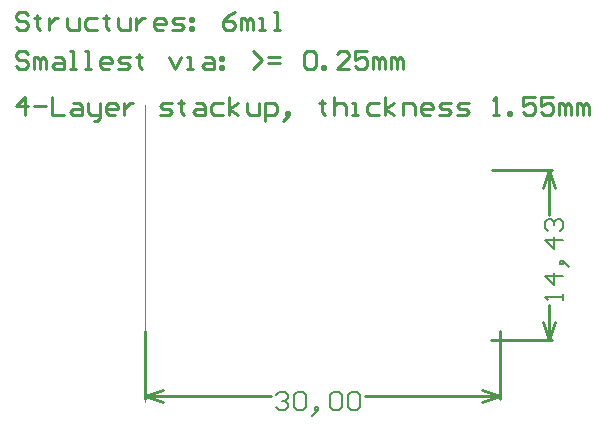
<source format=gm1>
G04 Layer_Color=16711935*
%FSLAX25Y25*%
%MOIN*%
G70*
G01*
G75*
%ADD23C,0.00600*%
%ADD24C,0.01000*%
%ADD46C,0.00394*%
D23*
X139099Y16404D02*
Y18404D01*
Y17404D01*
X133101D01*
X134100Y16404D01*
X139099Y24402D02*
X133101D01*
X136100Y21403D01*
Y25401D01*
X140098Y28400D02*
X139099Y29400D01*
X138099D01*
Y28400D01*
X139099D01*
Y29400D01*
X140098Y28400D01*
X141098Y27401D01*
X139099Y36398D02*
X133101D01*
X136100Y33399D01*
Y37398D01*
X134100Y39397D02*
X133101Y40397D01*
Y42396D01*
X134100Y43396D01*
X135100D01*
X136100Y42396D01*
Y41396D01*
Y42396D01*
X137099Y43396D01*
X138099D01*
X139099Y42396D01*
Y40397D01*
X138099Y39397D01*
X43455Y-15100D02*
X44454Y-14101D01*
X46454D01*
X47453Y-15100D01*
Y-16100D01*
X46454Y-17100D01*
X45454D01*
X46454D01*
X47453Y-18099D01*
Y-19099D01*
X46454Y-20099D01*
X44454D01*
X43455Y-19099D01*
X49453Y-15100D02*
X50452Y-14101D01*
X52452D01*
X53451Y-15100D01*
Y-19099D01*
X52452Y-20099D01*
X50452D01*
X49453Y-19099D01*
Y-15100D01*
X56450Y-21098D02*
X57450Y-20099D01*
Y-19099D01*
X56450D01*
Y-20099D01*
X57450D01*
X56450Y-21098D01*
X55451Y-22098D01*
X61449Y-15100D02*
X62448Y-14101D01*
X64448D01*
X65447Y-15100D01*
Y-19099D01*
X64448Y-20099D01*
X62448D01*
X61449Y-19099D01*
Y-15100D01*
X67447D02*
X68446Y-14101D01*
X70446D01*
X71446Y-15100D01*
Y-19099D01*
X70446Y-20099D01*
X68446D01*
X67447Y-19099D01*
Y-15100D01*
D24*
X115394Y59900D02*
X135500D01*
X115094Y3100D02*
X135500D01*
X134500Y44996D02*
Y59900D01*
Y3100D02*
Y14804D01*
X132500Y53900D02*
X134500Y59900D01*
X136500Y53900D01*
X134500Y3100D02*
X136500Y9100D01*
X132500D02*
X134500Y3100D01*
X118100Y-16500D02*
Y6106D01*
X0Y-16500D02*
Y6106D01*
X73045Y-15500D02*
X118100D01*
X0D02*
X41855D01*
X112100Y-13500D02*
X118100Y-15500D01*
X112100Y-17500D02*
X118100Y-15500D01*
X0D02*
X6000Y-17500D01*
X0Y-15500D02*
X6000Y-13500D01*
X-40158Y78131D02*
Y84129D01*
X-43157Y81130D01*
X-39158D01*
X-37159D02*
X-33160D01*
X-31161Y84129D02*
Y78131D01*
X-27162D01*
X-24163Y82129D02*
X-22163D01*
X-21164Y81130D01*
Y78131D01*
X-24163D01*
X-25163Y79130D01*
X-24163Y80130D01*
X-21164D01*
X-19164Y82129D02*
Y79130D01*
X-18165Y78131D01*
X-15166D01*
Y77131D01*
X-16165Y76131D01*
X-17165D01*
X-15166Y78131D02*
Y82129D01*
X-10167Y78131D02*
X-12167D01*
X-13166Y79130D01*
Y81130D01*
X-12167Y82129D01*
X-10167D01*
X-9168Y81130D01*
Y80130D01*
X-13166D01*
X-7168Y82129D02*
Y78131D01*
Y80130D01*
X-6169Y81130D01*
X-5169Y82129D01*
X-4169D01*
X4828Y78131D02*
X7827D01*
X8827Y79130D01*
X7827Y80130D01*
X5827D01*
X4828Y81130D01*
X5827Y82129D01*
X8827D01*
X11825Y83129D02*
Y82129D01*
X10826D01*
X12825D01*
X11825D01*
Y79130D01*
X12825Y78131D01*
X16824Y82129D02*
X18823D01*
X19823Y81130D01*
Y78131D01*
X16824D01*
X15824Y79130D01*
X16824Y80130D01*
X19823D01*
X25821Y82129D02*
X22822D01*
X21822Y81130D01*
Y79130D01*
X22822Y78131D01*
X25821D01*
X27820D02*
Y84129D01*
Y80130D02*
X30819Y82129D01*
X27820Y80130D02*
X30819Y78131D01*
X33818Y82129D02*
Y79130D01*
X34818Y78131D01*
X37817D01*
Y82129D01*
X39816Y76131D02*
Y82129D01*
X42816D01*
X43815Y81130D01*
Y79130D01*
X42816Y78131D01*
X39816D01*
X46814Y77131D02*
X47814Y78131D01*
Y79130D01*
X46814D01*
Y78131D01*
X47814D01*
X46814Y77131D01*
X45814Y76131D01*
X58810Y83129D02*
Y82129D01*
X57811D01*
X59810D01*
X58810D01*
Y79130D01*
X59810Y78131D01*
X62809Y84129D02*
Y78131D01*
Y81130D01*
X63809Y82129D01*
X65808D01*
X66808Y81130D01*
Y78131D01*
X68807D02*
X70806D01*
X69807D01*
Y82129D01*
X68807D01*
X77804D02*
X74805D01*
X73805Y81130D01*
Y79130D01*
X74805Y78131D01*
X77804D01*
X79804D02*
Y84129D01*
Y80130D02*
X82803Y82129D01*
X79804Y80130D02*
X82803Y78131D01*
X85802D02*
Y82129D01*
X88801D01*
X89800Y81130D01*
Y78131D01*
X94799D02*
X92799D01*
X91800Y79130D01*
Y81130D01*
X92799Y82129D01*
X94799D01*
X95798Y81130D01*
Y80130D01*
X91800D01*
X97798Y78131D02*
X100797D01*
X101796Y79130D01*
X100797Y80130D01*
X98797D01*
X97798Y81130D01*
X98797Y82129D01*
X101796D01*
X103796Y78131D02*
X106795D01*
X107794Y79130D01*
X106795Y80130D01*
X104796D01*
X103796Y81130D01*
X104796Y82129D01*
X107794D01*
X115792Y78131D02*
X117791D01*
X116792D01*
Y84129D01*
X115792Y83129D01*
X120790Y78131D02*
Y79130D01*
X121790D01*
Y78131D01*
X120790D01*
X129787Y84129D02*
X125789D01*
Y81130D01*
X127788Y82129D01*
X128788D01*
X129787Y81130D01*
Y79130D01*
X128788Y78131D01*
X126788D01*
X125789Y79130D01*
X135785Y84129D02*
X131787D01*
Y81130D01*
X133786Y82129D01*
X134786D01*
X135785Y81130D01*
Y79130D01*
X134786Y78131D01*
X132786D01*
X131787Y79130D01*
X137785Y78131D02*
Y82129D01*
X138784D01*
X139784Y81130D01*
Y78131D01*
Y81130D01*
X140784Y82129D01*
X141783Y81130D01*
Y78131D01*
X143783D02*
Y82129D01*
X144782D01*
X145782Y81130D01*
Y78131D01*
Y81130D01*
X146782Y82129D01*
X147782Y81130D01*
Y78131D01*
X-39158Y111575D02*
X-40158Y112574D01*
X-42157D01*
X-43157Y111575D01*
Y110575D01*
X-42157Y109575D01*
X-40158D01*
X-39158Y108575D01*
Y107576D01*
X-40158Y106576D01*
X-42157D01*
X-43157Y107576D01*
X-36159Y111575D02*
Y110575D01*
X-37159D01*
X-35159D01*
X-36159D01*
Y107576D01*
X-35159Y106576D01*
X-32160Y110575D02*
Y106576D01*
Y108575D01*
X-31161Y109575D01*
X-30161Y110575D01*
X-29161D01*
X-26162D02*
Y107576D01*
X-25163Y106576D01*
X-22163D01*
Y110575D01*
X-16165D02*
X-19164D01*
X-20164Y109575D01*
Y107576D01*
X-19164Y106576D01*
X-16165D01*
X-13166Y111575D02*
Y110575D01*
X-14166D01*
X-12167D01*
X-13166D01*
Y107576D01*
X-12167Y106576D01*
X-9168Y110575D02*
Y107576D01*
X-8168Y106576D01*
X-5169D01*
Y110575D01*
X-3170D02*
Y106576D01*
Y108575D01*
X-2170Y109575D01*
X-1170Y110575D01*
X-171D01*
X5827Y106576D02*
X3828D01*
X2828Y107576D01*
Y109575D01*
X3828Y110575D01*
X5827D01*
X6827Y109575D01*
Y108575D01*
X2828D01*
X8827Y106576D02*
X11825D01*
X12825Y107576D01*
X11825Y108575D01*
X9826D01*
X8827Y109575D01*
X9826Y110575D01*
X12825D01*
X14825D02*
X15824D01*
Y109575D01*
X14825D01*
Y110575D01*
Y107576D02*
X15824D01*
Y106576D01*
X14825D01*
Y107576D01*
X29820Y112574D02*
X27820Y111575D01*
X25821Y109575D01*
Y107576D01*
X26821Y106576D01*
X28820D01*
X29820Y107576D01*
Y108575D01*
X28820Y109575D01*
X25821D01*
X31819Y106576D02*
Y110575D01*
X32819D01*
X33818Y109575D01*
Y106576D01*
Y109575D01*
X34818Y110575D01*
X35818Y109575D01*
Y106576D01*
X37817D02*
X39816D01*
X38817D01*
Y110575D01*
X37817D01*
X42816Y106576D02*
X44815D01*
X43815D01*
Y112574D01*
X42816D01*
X-39158Y98438D02*
X-40158Y99438D01*
X-42157D01*
X-43157Y98438D01*
Y97439D01*
X-42157Y96439D01*
X-40158D01*
X-39158Y95439D01*
Y94440D01*
X-40158Y93440D01*
X-42157D01*
X-43157Y94440D01*
X-37159Y93440D02*
Y97439D01*
X-36159D01*
X-35159Y96439D01*
Y93440D01*
Y96439D01*
X-34160Y97439D01*
X-33160Y96439D01*
Y93440D01*
X-30161Y97439D02*
X-28161D01*
X-27162Y96439D01*
Y93440D01*
X-30161D01*
X-31161Y94440D01*
X-30161Y95439D01*
X-27162D01*
X-25163Y93440D02*
X-23163D01*
X-24163D01*
Y99438D01*
X-25163D01*
X-20164Y93440D02*
X-18165D01*
X-19164D01*
Y99438D01*
X-20164D01*
X-12167Y93440D02*
X-14166D01*
X-15166Y94440D01*
Y96439D01*
X-14166Y97439D01*
X-12167D01*
X-11167Y96439D01*
Y95439D01*
X-15166D01*
X-9168Y93440D02*
X-6169D01*
X-5169Y94440D01*
X-6169Y95439D01*
X-8168D01*
X-9168Y96439D01*
X-8168Y97439D01*
X-5169D01*
X-2170Y98438D02*
Y97439D01*
X-3170D01*
X-1170D01*
X-2170D01*
Y94440D01*
X-1170Y93440D01*
X7827Y97439D02*
X9826Y93440D01*
X11825Y97439D01*
X13825Y93440D02*
X15824D01*
X14825D01*
Y97439D01*
X13825D01*
X19823D02*
X21822D01*
X22822Y96439D01*
Y93440D01*
X19823D01*
X18823Y94440D01*
X19823Y95439D01*
X22822D01*
X24821Y97439D02*
X25821D01*
Y96439D01*
X24821D01*
Y97439D01*
Y94440D02*
X25821D01*
Y93440D01*
X24821D01*
Y94440D01*
X35818Y93440D02*
X38817Y96439D01*
X35818Y99438D01*
X40816Y95439D02*
X44815D01*
X40816Y97439D02*
X44815D01*
X52812Y98438D02*
X53812Y99438D01*
X55811D01*
X56811Y98438D01*
Y94440D01*
X55811Y93440D01*
X53812D01*
X52812Y94440D01*
Y98438D01*
X58810Y93440D02*
Y94440D01*
X59810D01*
Y93440D01*
X58810D01*
X67807D02*
X63809D01*
X67807Y97439D01*
Y98438D01*
X66808Y99438D01*
X64808D01*
X63809Y98438D01*
X73805Y99438D02*
X69807D01*
Y96439D01*
X71806Y97439D01*
X72806D01*
X73805Y96439D01*
Y94440D01*
X72806Y93440D01*
X70806D01*
X69807Y94440D01*
X75805Y93440D02*
Y97439D01*
X76805D01*
X77804Y96439D01*
Y93440D01*
Y96439D01*
X78804Y97439D01*
X79804Y96439D01*
Y93440D01*
X81803D02*
Y97439D01*
X82802D01*
X83802Y96439D01*
Y93440D01*
Y96439D01*
X84802Y97439D01*
X85802Y96439D01*
Y93440D01*
D46*
X-67Y-17319D02*
Y81500D01*
M02*

</source>
